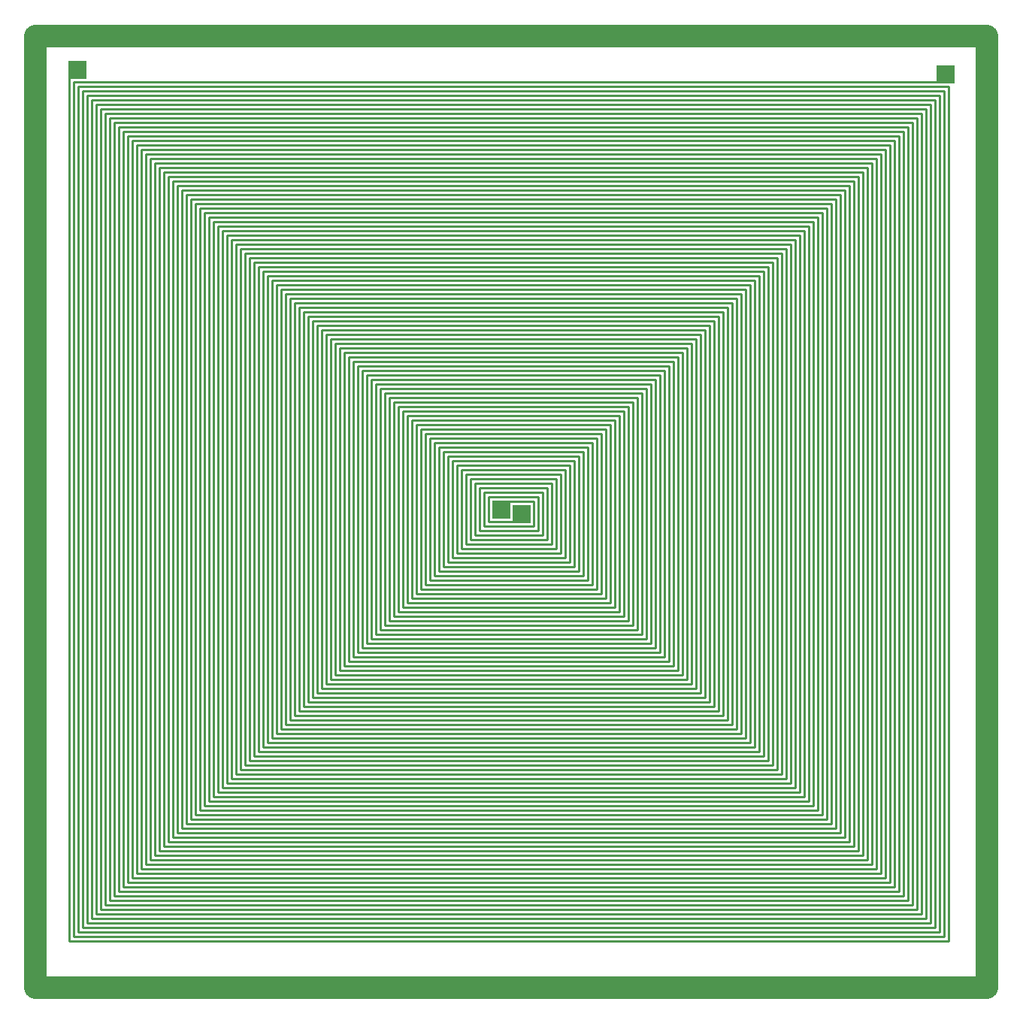
<source format=gbr>
G04 start of page 2 for group 0 idx 0 *
G04 Title: (unknown), component *
G04 Creator: pcb 1.99y *
G04 CreationDate: Mon Mar  9 18:38:29 2009 UTC *
G04 For: dj *
G04 Format: Gerber/RS-274X *
G04 PCB-Dimensions: 432000 432000 *
G04 PCB-Coordinate-Origin: lower left *
%MOIN*%
%FSLAX25Y25*%
%LNFRONT*%
%ADD11C,0.0100*%
%ADD12C,0.1000*%
%ADD13C,0.0200*%
%ADD14C,0.0300*%
G54D11*X202000Y207500D02*X228000D01*
X200000Y205500D02*X230000D01*
X198000Y203500D02*X232000D01*
X228000Y207500D02*Y222500D01*
X230000Y205500D02*Y224500D01*
X232000Y203500D02*Y226500D01*
X234000Y201500D02*Y228500D01*
X236000Y199500D02*Y230500D01*
X238000Y197500D02*Y232500D01*
X196000Y201500D02*X234000D01*
X194000Y199500D02*X236000D01*
X192000Y197500D02*X238000D01*
X190000Y195500D02*X240000D01*
X208000Y220500D02*X226000D01*
X224000Y211500D02*Y218500D01*
X206000Y222500D02*X228000D01*
X206000Y211500D02*X224000D01*
X206000D02*Y222500D01*
X204000Y209500D02*X226000D01*
X204000D02*Y224500D01*
X226000Y209500D02*Y220500D01*
X240000Y195500D02*Y234500D01*
X188000Y193500D02*X242000D01*
Y236500D01*
X186000Y191500D02*X244000D01*
Y238500D01*
X246000Y189500D02*Y240500D01*
X248000Y187500D02*Y242500D01*
X250000Y185500D02*Y244500D01*
X252000Y183500D02*Y246500D01*
X254000Y181500D02*Y248500D01*
X256000Y179500D02*Y250500D01*
X258000Y177500D02*Y252500D01*
X260000Y175500D02*Y254500D01*
X262000Y173500D02*Y256500D01*
X184000Y189500D02*X246000D01*
X182000Y187500D02*X248000D01*
X180000Y185500D02*X250000D01*
X178000Y183500D02*X252000D01*
X176000Y181500D02*X254000D01*
X174000Y179500D02*X256000D01*
X172000Y177500D02*X258000D01*
X170000Y175500D02*X260000D01*
X168000Y173500D02*X262000D01*
X166000Y171500D02*X264000D01*
X164000Y169500D02*X266000D01*
X162000Y167500D02*X268000D01*
X160000Y165500D02*X270000D01*
X158000Y163500D02*X272000D01*
X156000Y161500D02*X274000D01*
X154000Y159500D02*X276000D01*
X152000Y157500D02*X278000D01*
X150000Y155500D02*X280000D01*
X148000Y153500D02*X282000D01*
X146000Y151500D02*X284000D01*
X144000Y149500D02*X286000D01*
X142000Y147500D02*X288000D01*
X140000Y145500D02*X290000D01*
X138000Y143500D02*X292000D01*
X136000Y141500D02*X294000D01*
X134000Y139500D02*X296000D01*
X132000Y137500D02*X298000D01*
X130000Y135500D02*X300000D01*
X128000Y133500D02*X302000D01*
X126000Y131500D02*X304000D01*
X124000Y129500D02*X306000D01*
X122000Y127500D02*X308000D01*
X120000Y125500D02*X310000D01*
X118000Y123500D02*X312000D01*
X116000Y121500D02*X314000D01*
X114000Y119500D02*X316000D01*
X112000Y117500D02*X318000D01*
X110000Y115500D02*X320000D01*
X108000Y113500D02*X322000D01*
X106000Y111500D02*X324000D01*
X104000Y109500D02*X326000D01*
X102000Y107500D02*X328000D01*
X100000Y105500D02*X330000D01*
X98000Y103500D02*X332000D01*
X96000Y101500D02*X334000D01*
X94000Y99500D02*X336000D01*
X92000Y97500D02*X338000D01*
X90000Y95500D02*X340000D01*
X88000Y93500D02*X342000D01*
X264000Y171500D02*Y258500D01*
X266000Y169500D02*Y260500D01*
X268000Y167500D02*Y262500D01*
X270000Y165500D02*Y264500D01*
X272000Y163500D02*Y266500D01*
X274000Y161500D02*Y268500D01*
X276000Y159500D02*Y270500D01*
X278000Y157500D02*Y272500D01*
X280000Y155500D02*Y274500D01*
X282000Y153500D02*Y276500D01*
X284000Y151500D02*Y278500D01*
X286000Y149500D02*Y280500D01*
X288000Y147500D02*Y282500D01*
X290000Y145500D02*Y284500D01*
X292000Y143500D02*Y286500D01*
X294000Y141500D02*Y288500D01*
X296000Y139500D02*Y290500D01*
X298000Y137500D02*Y292500D01*
X300000Y135500D02*Y294500D01*
X302000Y133500D02*Y296500D01*
X304000Y131500D02*Y298500D01*
X306000Y129500D02*Y300500D01*
X308000Y127500D02*Y302500D01*
X310000Y125500D02*Y304500D01*
X312000Y123500D02*Y306500D01*
X314000Y121500D02*Y308500D01*
X316000Y119500D02*Y310500D01*
X318000Y117500D02*Y312500D01*
X320000Y115500D02*Y314500D01*
X322000Y113500D02*Y316500D01*
X324000Y111500D02*Y318500D01*
X326000Y109500D02*Y320500D01*
X328000Y107500D02*Y322500D01*
X330000Y105500D02*Y324500D01*
X332000Y103500D02*Y326500D01*
X334000Y101500D02*Y328500D01*
X336000Y99500D02*Y330500D01*
X338000Y97500D02*Y332500D01*
X340000Y95500D02*Y334500D01*
X192000Y236500D02*X242000D01*
X86000Y91500D02*X344000D01*
X84000Y89500D02*X346000D01*
X82000Y87500D02*X348000D01*
X80000Y85500D02*X350000D01*
X78000Y83500D02*X352000D01*
X76000Y81500D02*X354000D01*
X74000Y79500D02*X356000D01*
X72000Y77500D02*X358000D01*
X70000Y75500D02*X360000D01*
X68000Y73500D02*X362000D01*
X66000Y71500D02*X364000D01*
X64000Y69500D02*X366000D01*
X62000Y67500D02*X368000D01*
X60000Y65500D02*X370000D01*
X58000Y63500D02*X372000D01*
X56000Y61500D02*X374000D01*
X54000Y59500D02*X376000D01*
X52000Y57500D02*X378000D01*
X50000Y55500D02*X380000D01*
X48000Y53500D02*X382000D01*
X46000Y51500D02*X384000D01*
X44000Y49500D02*X386000D01*
X42000Y47500D02*X388000D01*
X40000Y45500D02*X390000D01*
X204000Y224500D02*X230000D01*
X202000Y226500D02*X232000D01*
X200000Y228500D02*X234000D01*
X198000Y230500D02*X236000D01*
X196000Y232500D02*X238000D01*
X194000Y234500D02*X240000D01*
X190000Y238500D02*X244000D01*
X188000Y240500D02*X246000D01*
X186000Y242500D02*X248000D01*
X184000Y244500D02*X250000D01*
X182000Y246500D02*X252000D01*
X180000Y248500D02*X254000D01*
X178000Y250500D02*X256000D01*
X176000Y252500D02*X258000D01*
X174000Y254500D02*X260000D01*
X172000Y256500D02*X262000D01*
X170000Y258500D02*X264000D01*
X168000Y260500D02*X266000D01*
X166000Y262500D02*X268000D01*
X342000Y93500D02*Y336500D01*
X344000Y91500D02*Y338500D01*
X346000Y89500D02*Y340500D01*
X348000Y87500D02*Y342500D01*
X350000Y85500D02*Y344500D01*
X352000Y83500D02*Y346500D01*
X354000Y81500D02*Y348500D01*
X356000Y79500D02*Y350500D01*
X358000Y77500D02*Y352500D01*
X360000Y75500D02*Y354500D01*
X362000Y73500D02*Y356500D01*
X364000Y71500D02*Y358500D01*
X366000Y69500D02*Y360500D01*
X368000Y67500D02*Y362500D01*
X370000Y65500D02*Y364500D01*
X372000Y63500D02*Y366500D01*
X374000Y61500D02*Y368500D01*
X376000Y59500D02*Y370500D01*
X378000Y57500D02*Y372500D01*
X380000Y55500D02*Y374500D01*
X382000Y53500D02*Y376500D01*
X384000Y51500D02*Y378500D01*
X386000Y49500D02*Y380500D01*
X388000Y47500D02*Y382500D01*
X188000Y193500D02*Y240500D01*
X186000Y191500D02*Y242500D01*
G54D12*X5000Y427000D02*X427000D01*
X5000Y5000D02*X427000D01*
G54D11*X390000Y45500D02*Y384500D01*
X392000Y43500D02*Y386500D01*
X394000Y41500D02*Y388500D01*
X396000Y39500D02*Y390500D01*
X398000Y37500D02*Y392500D01*
X400000Y35500D02*Y394500D01*
X402000Y33500D02*Y396500D01*
X404000Y31500D02*Y398500D01*
X406000Y29500D02*Y400500D01*
X408000Y27500D02*Y402500D01*
X410000Y25500D02*Y404500D01*
G54D12*X427000Y5000D02*Y427000D01*
G54D11*X184000Y189500D02*Y244500D01*
X182000Y187500D02*Y246500D01*
X180000Y185500D02*Y248500D01*
X178000Y183500D02*Y250500D01*
X176000Y181500D02*Y252500D01*
X174000Y179500D02*Y254500D01*
X172000Y177500D02*Y256500D01*
X170000Y175500D02*Y258500D01*
X168000Y173500D02*Y260500D01*
X166000Y171500D02*Y262500D01*
X164000Y169500D02*Y264500D01*
X162000Y167500D02*Y266500D01*
X160000Y165500D02*Y268500D01*
X202000Y207500D02*Y226500D01*
X200000Y205500D02*Y228500D01*
X198000Y203500D02*Y230500D01*
X196000Y201500D02*Y232500D01*
X194000Y199500D02*Y234500D01*
X192000Y197500D02*Y236500D01*
X190000Y195500D02*Y238500D01*
X38000Y43500D02*X392000D01*
X36000Y41500D02*X394000D01*
X34000Y39500D02*X396000D01*
X32000Y37500D02*X398000D01*
X30000Y35500D02*X400000D01*
X28000Y33500D02*X402000D01*
X26000Y31500D02*X404000D01*
X24000Y29500D02*X406000D01*
X22000Y27500D02*X408000D01*
X20000Y25500D02*X410000D01*
X164000Y264500D02*X270000D01*
X162000Y266500D02*X272000D01*
X160000Y268500D02*X274000D01*
X158000Y270500D02*X276000D01*
X156000Y272500D02*X278000D01*
X154000Y274500D02*X280000D01*
X152000Y276500D02*X282000D01*
X150000Y278500D02*X284000D01*
X148000Y280500D02*X286000D01*
X146000Y282500D02*X288000D01*
X144000Y284500D02*X290000D01*
X142000Y286500D02*X292000D01*
X140000Y288500D02*X294000D01*
X138000Y290500D02*X296000D01*
X136000Y292500D02*X298000D01*
X134000Y294500D02*X300000D01*
X132000Y296500D02*X302000D01*
X130000Y298500D02*X304000D01*
X128000Y300500D02*X306000D01*
X126000Y302500D02*X308000D01*
X124000Y304500D02*X310000D01*
X122000Y306500D02*X312000D01*
X120000Y308500D02*X314000D01*
X158000Y163500D02*Y270500D01*
X156000Y161500D02*Y272500D01*
X154000Y159500D02*Y274500D01*
X152000Y157500D02*Y276500D01*
X150000Y155500D02*Y278500D01*
X148000Y153500D02*Y280500D01*
X146000Y151500D02*Y282500D01*
X144000Y149500D02*Y284500D01*
X142000Y147500D02*Y286500D01*
X140000Y145500D02*Y288500D01*
X138000Y143500D02*Y290500D01*
X136000Y141500D02*Y292500D01*
X134000Y139500D02*Y294500D01*
X132000Y137500D02*Y296500D01*
X130000Y135500D02*Y298500D01*
X128000Y133500D02*Y300500D01*
X126000Y131500D02*Y302500D01*
X124000Y129500D02*Y304500D01*
X122000Y127500D02*Y306500D01*
X120000Y125500D02*Y308500D01*
X118000Y123500D02*Y310500D01*
X116000Y121500D02*Y312500D01*
X114000Y119500D02*Y314500D01*
X112000Y117500D02*Y316500D01*
X118000Y310500D02*X316000D01*
X116000Y312500D02*X318000D01*
X114000Y314500D02*X320000D01*
X112000Y316500D02*X322000D01*
X110000Y318500D02*X324000D01*
X108000Y320500D02*X326000D01*
X106000Y322500D02*X328000D01*
X104000Y324500D02*X330000D01*
X102000Y326500D02*X332000D01*
X100000Y328500D02*X334000D01*
X98000Y330500D02*X336000D01*
X96000Y332500D02*X338000D01*
X94000Y334500D02*X340000D01*
X92000Y336500D02*X342000D01*
X90000Y338500D02*X344000D01*
X88000Y340500D02*X346000D01*
X86000Y342500D02*X348000D01*
X84000Y344500D02*X350000D01*
X82000Y346500D02*X352000D01*
X80000Y348500D02*X354000D01*
X78000Y350500D02*X356000D01*
X76000Y352500D02*X358000D01*
X74000Y354500D02*X360000D01*
X72000Y356500D02*X362000D01*
X70000Y358500D02*X364000D01*
X68000Y360500D02*X366000D01*
X66000Y362500D02*X368000D01*
X64000Y364500D02*X370000D01*
X62000Y366500D02*X372000D01*
X60000Y368500D02*X374000D01*
X58000Y370500D02*X376000D01*
X56000Y372500D02*X378000D01*
X54000Y374500D02*X380000D01*
X52000Y376500D02*X382000D01*
X50000Y378500D02*X384000D01*
X48000Y380500D02*X386000D01*
X46000Y382500D02*X388000D01*
X44000Y384500D02*X390000D01*
X42000Y386500D02*X392000D01*
X40000Y388500D02*X394000D01*
X38000Y390500D02*X396000D01*
X36000Y392500D02*X398000D01*
X34000Y394500D02*X400000D01*
X32000Y396500D02*X402000D01*
X30000Y398500D02*X404000D01*
X28000Y400500D02*X406000D01*
X26000Y402500D02*X408000D01*
X24000Y404500D02*X410000D01*
X22000Y406500D02*X412000D01*
X110000Y115500D02*Y318500D01*
X108000Y113500D02*Y320500D01*
X106000Y111500D02*Y322500D01*
X104000Y109500D02*Y324500D01*
X102000Y107500D02*Y326500D01*
X100000Y105500D02*Y328500D01*
X98000Y103500D02*Y330500D01*
X96000Y101500D02*Y332500D01*
X94000Y99500D02*Y334500D01*
X92000Y97500D02*Y336500D01*
X90000Y95500D02*Y338500D01*
X88000Y93500D02*Y340500D01*
X86000Y91500D02*Y342500D01*
X84000Y89500D02*Y344500D01*
X82000Y87500D02*Y346500D01*
X80000Y85500D02*Y348500D01*
X78000Y83500D02*Y350500D01*
X76000Y81500D02*Y352500D01*
X74000Y79500D02*Y354500D01*
X72000Y77500D02*Y356500D01*
X70000Y75500D02*Y358500D01*
X68000Y73500D02*Y360500D01*
X66000Y71500D02*Y362500D01*
X64000Y69500D02*Y364500D01*
X62000Y67500D02*Y366500D01*
X60000Y65500D02*Y368500D01*
X58000Y63500D02*Y370500D01*
X56000Y61500D02*Y372500D01*
X54000Y59500D02*Y374500D01*
X52000Y57500D02*Y376500D01*
X50000Y55500D02*Y378500D01*
X48000Y53500D02*Y380500D01*
X46000Y51500D02*Y382500D01*
X44000Y49500D02*Y384500D01*
X42000Y47500D02*Y386500D01*
X40000Y45500D02*Y388500D01*
X38000Y43500D02*Y390500D01*
X36000Y41500D02*Y392500D01*
X34000Y39500D02*Y394500D01*
X32000Y37500D02*Y396500D01*
X30000Y35500D02*Y398500D01*
X28000Y33500D02*Y400500D01*
X26000Y31500D02*Y402500D01*
X24000Y29500D02*Y404500D01*
X22000Y27500D02*Y406500D01*
X20000Y25500D02*Y408500D01*
G54D12*X5000Y5000D02*Y427000D01*
G54D13*G36*
X207500Y221000D02*Y213000D01*
X215500D01*
Y221000D01*
X207500D01*
G37*
G36*
X216500Y219000D02*Y211000D01*
X224500D01*
Y219000D01*
X216500D01*
G37*
G36*
X19500Y416000D02*Y408000D01*
X27500D01*
Y416000D01*
X19500D01*
G37*
G36*
X404500Y414000D02*Y406000D01*
X412500D01*
Y414000D01*
X404500D01*
G37*
G54D14*M02*

</source>
